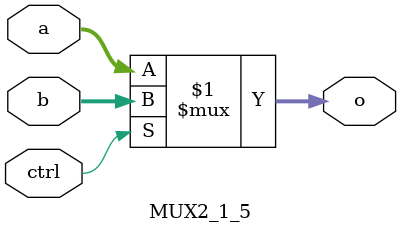
<source format=v>

module MUX2_1_5(
	input [4:0] a,
	input [4:0] b,
	input ctrl,
	output [4:0] o
	);

	assign o = ctrl ? b : a;

endmodule

</source>
